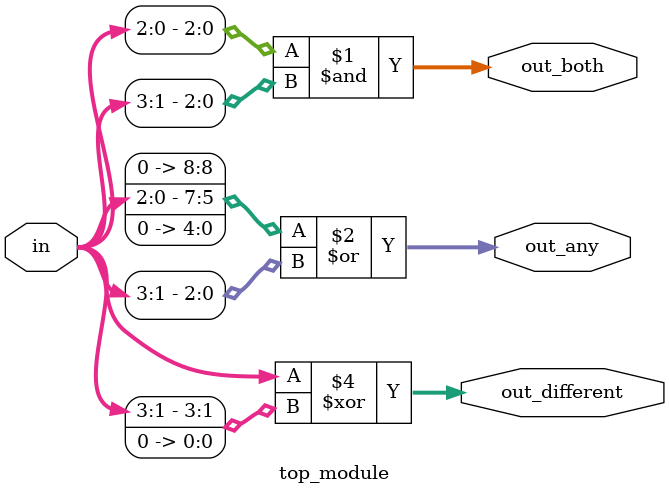
<source format=sv>
module top_module (
  input [3:0] in,
  output [2:0] out_both,
  output [8:0] out_any,
  output [3:0] out_different
);

  assign out_both = in[2:0] & in[3:1];
  assign out_any = {in[2:0], 5'b00000} | in[3:1];
  assign out_different = in ^ (in[3:1] << 1'b1);

endmodule

</source>
